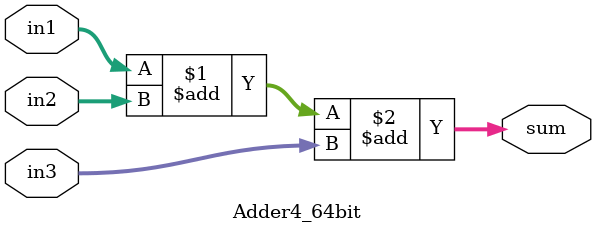
<source format=v>
module Adder4_64bit (
    input  wire [63:0] in1,  // Đầu vào thứ nhất
    input  wire [63:0] in2,  // Đầu vào thứ hai
    input  wire [63:0] in3,  // Đầu vào thứ ba
    output wire [63:0] sum   // Kết quả đầu ra
);

    // Thực hiện phép cộng modulo 2^32
    assign sum = in1 + in2 + in3;

endmodule
</source>
